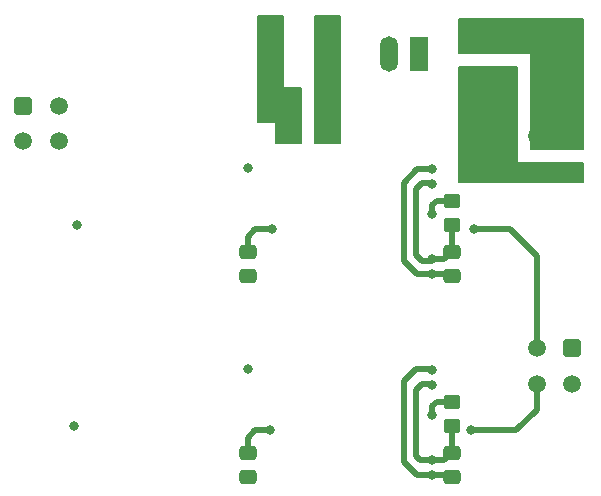
<source format=gbr>
%TF.GenerationSoftware,KiCad,Pcbnew,(6.0.1)*%
%TF.CreationDate,2022-08-15T16:30:33+03:00*%
%TF.ProjectId,Measure,4d656173-7572-4652-9e6b-696361645f70,rev?*%
%TF.SameCoordinates,Original*%
%TF.FileFunction,Copper,L4,Bot*%
%TF.FilePolarity,Positive*%
%FSLAX46Y46*%
G04 Gerber Fmt 4.6, Leading zero omitted, Abs format (unit mm)*
G04 Created by KiCad (PCBNEW (6.0.1)) date 2022-08-15 16:30:33*
%MOMM*%
%LPD*%
G01*
G04 APERTURE LIST*
G04 Aperture macros list*
%AMRoundRect*
0 Rectangle with rounded corners*
0 $1 Rounding radius*
0 $2 $3 $4 $5 $6 $7 $8 $9 X,Y pos of 4 corners*
0 Add a 4 corners polygon primitive as box body*
4,1,4,$2,$3,$4,$5,$6,$7,$8,$9,$2,$3,0*
0 Add four circle primitives for the rounded corners*
1,1,$1+$1,$2,$3*
1,1,$1+$1,$4,$5*
1,1,$1+$1,$6,$7*
1,1,$1+$1,$8,$9*
0 Add four rect primitives between the rounded corners*
20,1,$1+$1,$2,$3,$4,$5,0*
20,1,$1+$1,$4,$5,$6,$7,0*
20,1,$1+$1,$6,$7,$8,$9,0*
20,1,$1+$1,$8,$9,$2,$3,0*%
G04 Aperture macros list end*
%TA.AperFunction,ComponentPad*%
%ADD10RoundRect,0.250001X-0.499999X0.499999X-0.499999X-0.499999X0.499999X-0.499999X0.499999X0.499999X0*%
%TD*%
%TA.AperFunction,ComponentPad*%
%ADD11C,1.500000*%
%TD*%
%TA.AperFunction,ComponentPad*%
%ADD12R,1.500000X3.000000*%
%TD*%
%TA.AperFunction,ComponentPad*%
%ADD13O,1.500000X3.000000*%
%TD*%
%TA.AperFunction,ComponentPad*%
%ADD14RoundRect,0.250001X-0.499999X-0.499999X0.499999X-0.499999X0.499999X0.499999X-0.499999X0.499999X0*%
%TD*%
%TA.AperFunction,SMDPad,CuDef*%
%ADD15RoundRect,0.250000X-0.475000X0.337500X-0.475000X-0.337500X0.475000X-0.337500X0.475000X0.337500X0*%
%TD*%
%TA.AperFunction,SMDPad,CuDef*%
%ADD16RoundRect,0.250000X-1.100000X0.412500X-1.100000X-0.412500X1.100000X-0.412500X1.100000X0.412500X0*%
%TD*%
%TA.AperFunction,SMDPad,CuDef*%
%ADD17RoundRect,0.250000X0.450000X-0.350000X0.450000X0.350000X-0.450000X0.350000X-0.450000X-0.350000X0*%
%TD*%
%TA.AperFunction,SMDPad,CuDef*%
%ADD18RoundRect,0.250000X0.412500X1.100000X-0.412500X1.100000X-0.412500X-1.100000X0.412500X-1.100000X0*%
%TD*%
%TA.AperFunction,ViaPad*%
%ADD19C,0.800000*%
%TD*%
%TA.AperFunction,Conductor*%
%ADD20C,0.500000*%
%TD*%
G04 APERTURE END LIST*
D10*
%TO.P,J3,1,Pin_1*%
%TO.N,+5V*%
X180640000Y-73786000D03*
D11*
%TO.P,J3,2,Pin_2*%
%TO.N,GND*%
X180640000Y-76786000D03*
%TO.P,J3,3,Pin_3*%
%TO.N,+5V*%
X177640000Y-73786000D03*
%TO.P,J3,4,Pin_4*%
%TO.N,GND*%
X177640000Y-76786000D03*
%TD*%
D12*
%TO.P,U1,1,-VIN*%
%TO.N,GND*%
X167666500Y-66842000D03*
D13*
%TO.P,U1,2,+VIN*%
%TO.N,+5V*%
X165126500Y-66842000D03*
%TO.P,U1,4,+VOUT*%
%TO.N,+5VP*%
X160046500Y-66842000D03*
%TO.P,U1,6,-VOUT*%
%TO.N,GNDPWR*%
X154966500Y-66842000D03*
%TD*%
D10*
%TO.P,J2,1,Pin_1*%
%TO.N,GND*%
X180640000Y-91718000D03*
D11*
%TO.P,J2,2,Pin_2*%
X180640000Y-94718000D03*
%TO.P,J2,3,Pin_3*%
%TO.N,/Voltage_OUT_Measure*%
X177640000Y-91718000D03*
%TO.P,J2,4,Pin_4*%
%TO.N,/Voltage_IN_Measure*%
X177640000Y-94718000D03*
%TD*%
D14*
%TO.P,J1,1,Pin_1*%
%TO.N,GNDPWR*%
X134136000Y-71165000D03*
D11*
%TO.P,J1,2,Pin_2*%
X137136000Y-71165000D03*
%TO.P,J1,3,Pin_3*%
%TO.N,/Voltage_IN*%
X134136000Y-74165000D03*
%TO.P,J1,4,Pin_4*%
%TO.N,/Voltage_OUT*%
X137136000Y-74165000D03*
%TD*%
D15*
%TO.P,C10,1*%
%TO.N,+5V*%
X170434000Y-100562500D03*
%TO.P,C10,2*%
%TO.N,GND*%
X170434000Y-102637500D03*
%TD*%
D16*
%TO.P,C1,1*%
%TO.N,+5V*%
X174498000Y-65747500D03*
%TO.P,C1,2*%
%TO.N,GND*%
X174498000Y-68872500D03*
%TD*%
D17*
%TO.P,R5,1*%
%TO.N,+5V*%
X170434000Y-98282000D03*
%TO.P,R5,2*%
%TO.N,Net-(C11-Pad1)*%
X170434000Y-96282000D03*
%TD*%
D15*
%TO.P,C2,1*%
%TO.N,+5VP*%
X153162000Y-83544500D03*
%TO.P,C2,2*%
%TO.N,GNDPWR*%
X153162000Y-85619500D03*
%TD*%
%TO.P,C13,1*%
%TO.N,+5VP*%
X153162000Y-100562500D03*
%TO.P,C13,2*%
%TO.N,GNDPWR*%
X153162000Y-102637500D03*
%TD*%
D18*
%TO.P,C20,1*%
%TO.N,+5VP*%
X159804500Y-71374000D03*
%TO.P,C20,2*%
%TO.N,GNDPWR*%
X156679500Y-71374000D03*
%TD*%
D17*
%TO.P,R9,1*%
%TO.N,+5V*%
X170434000Y-81264000D03*
%TO.P,R9,2*%
%TO.N,Net-(C18-Pad1)*%
X170434000Y-79264000D03*
%TD*%
D15*
%TO.P,C19,1*%
%TO.N,+5V*%
X170434000Y-83544500D03*
%TO.P,C19,2*%
%TO.N,GND*%
X170434000Y-85619500D03*
%TD*%
D19*
%TO.N,+5V*%
X168783000Y-94869000D03*
X171704000Y-64516000D03*
X168783000Y-101219000D03*
X168783000Y-77851000D03*
X168783000Y-84201000D03*
X171704000Y-65786000D03*
%TO.N,GND*%
X168783000Y-85471000D03*
X171704000Y-68580000D03*
X171704000Y-69850000D03*
X168783000Y-76581000D03*
X168783000Y-93599000D03*
X168783000Y-102489000D03*
%TO.N,+5VP*%
X159258000Y-73660000D03*
X153162000Y-83544500D03*
X155194000Y-81661000D03*
X155067000Y-98679000D03*
X160528000Y-73660000D03*
X153172750Y-100573250D03*
%TO.N,GNDPWR*%
X138684000Y-81280000D03*
X153162000Y-85598000D03*
X155956000Y-73660000D03*
X153162000Y-102616000D03*
X153162000Y-93472000D03*
X157226000Y-73660000D03*
X138430000Y-98298000D03*
X153162000Y-76454000D03*
%TO.N,Net-(C11-Pad1)*%
X168783000Y-97409000D03*
%TO.N,/Voltage_IN_Measure*%
X172085000Y-98679000D03*
%TO.N,Net-(C18-Pad1)*%
X168783000Y-80391000D03*
%TO.N,/Voltage_OUT_Measure*%
X172339000Y-81661000D03*
%TD*%
D20*
%TO.N,+5V*%
X167386000Y-95250000D02*
X167894000Y-94742000D01*
X167386000Y-78232000D02*
X167386000Y-83820000D01*
X167894000Y-94742000D02*
X168656000Y-94742000D01*
X169777500Y-84201000D02*
X170434000Y-83544500D01*
X168783000Y-77851000D02*
X168656000Y-77724000D01*
X168783000Y-84201000D02*
X169777500Y-84201000D01*
X170434000Y-98282000D02*
X170434000Y-100562500D01*
X168783000Y-101219000D02*
X169777500Y-101219000D01*
X168656000Y-77724000D02*
X167894000Y-77724000D01*
X167894000Y-84328000D02*
X168656000Y-84328000D01*
X167386000Y-83820000D02*
X167894000Y-84328000D01*
X168656000Y-94742000D02*
X168783000Y-94869000D01*
X170434000Y-81264000D02*
X170434000Y-83544500D01*
X168783000Y-101219000D02*
X167767000Y-101219000D01*
X167767000Y-101219000D02*
X167386000Y-100838000D01*
X169777500Y-101219000D02*
X170434000Y-100562500D01*
X167386000Y-100838000D02*
X167386000Y-95250000D01*
X168656000Y-84328000D02*
X168783000Y-84201000D01*
X167894000Y-77724000D02*
X167386000Y-78232000D01*
%TO.N,GND*%
X167513000Y-76581000D02*
X168783000Y-76581000D01*
X168783000Y-93599000D02*
X168656000Y-93472000D01*
X168783000Y-85471000D02*
X167513000Y-85471000D01*
X170285500Y-85471000D02*
X170434000Y-85619500D01*
X170285500Y-102489000D02*
X170434000Y-102637500D01*
X167386000Y-93472000D02*
X166370000Y-94488000D01*
X168783000Y-102489000D02*
X167513000Y-102489000D01*
X166370000Y-84328000D02*
X166370000Y-77724000D01*
X166370000Y-94488000D02*
X166370000Y-101346000D01*
X166370000Y-77724000D02*
X167513000Y-76581000D01*
X168656000Y-93472000D02*
X167386000Y-93472000D01*
X168783000Y-85471000D02*
X170285500Y-85471000D01*
X167513000Y-102489000D02*
X166370000Y-101346000D01*
X167513000Y-85471000D02*
X166370000Y-84328000D01*
X168783000Y-102489000D02*
X170285500Y-102489000D01*
%TO.N,+5VP*%
X153797000Y-98679000D02*
X155067000Y-98679000D01*
X153162000Y-99314000D02*
X153797000Y-98679000D01*
X153162000Y-82296000D02*
X153797000Y-81661000D01*
X153162000Y-100562500D02*
X153162000Y-99314000D01*
X153162000Y-83544500D02*
X153162000Y-82296000D01*
X153797000Y-81661000D02*
X155321000Y-81661000D01*
%TO.N,Net-(C11-Pad1)*%
X168783000Y-96647000D02*
X168783000Y-97409000D01*
X169148000Y-96282000D02*
X168783000Y-96647000D01*
X170434000Y-96282000D02*
X169148000Y-96282000D01*
%TO.N,/Voltage_IN_Measure*%
X172085000Y-98679000D02*
X175895000Y-98679000D01*
X175895000Y-98679000D02*
X177640000Y-96934000D01*
X177640000Y-96934000D02*
X177640000Y-94718000D01*
%TO.N,Net-(C18-Pad1)*%
X169148000Y-79264000D02*
X168783000Y-79629000D01*
X170434000Y-79264000D02*
X169148000Y-79264000D01*
X168783000Y-79629000D02*
X168783000Y-80391000D01*
%TO.N,/Voltage_OUT_Measure*%
X175387000Y-81661000D02*
X172339000Y-81661000D01*
X177640000Y-83914000D02*
X175387000Y-81661000D01*
X177640000Y-91718000D02*
X177640000Y-83914000D01*
%TD*%
%TA.AperFunction,Conductor*%
%TO.N,GNDPWR*%
G36*
X156152121Y-63520002D02*
G01*
X156198614Y-63573658D01*
X156210000Y-63626000D01*
X156210000Y-69596000D01*
X157608000Y-69596000D01*
X157676121Y-69616002D01*
X157722614Y-69669658D01*
X157734000Y-69722000D01*
X157734000Y-74296000D01*
X157713998Y-74364121D01*
X157660342Y-74410614D01*
X157608000Y-74422000D01*
X155574000Y-74422000D01*
X155505879Y-74401998D01*
X155459386Y-74348342D01*
X155448000Y-74296000D01*
X155448000Y-72644000D01*
X154050000Y-72644000D01*
X153981879Y-72623998D01*
X153935386Y-72570342D01*
X153924000Y-72518000D01*
X153924000Y-63626000D01*
X153944002Y-63557879D01*
X153997658Y-63511386D01*
X154050000Y-63500000D01*
X156084000Y-63500000D01*
X156152121Y-63520002D01*
G37*
%TD.AperFunction*%
%TD*%
%TA.AperFunction,Conductor*%
%TO.N,+5VP*%
G36*
X160978121Y-63520002D02*
G01*
X161024614Y-63573658D01*
X161036000Y-63626000D01*
X161036000Y-74296000D01*
X161015998Y-74364121D01*
X160962342Y-74410614D01*
X160910000Y-74422000D01*
X158876000Y-74422000D01*
X158807879Y-74401998D01*
X158761386Y-74348342D01*
X158750000Y-74296000D01*
X158750000Y-63626000D01*
X158770002Y-63557879D01*
X158823658Y-63511386D01*
X158876000Y-63500000D01*
X160910000Y-63500000D01*
X160978121Y-63520002D01*
G37*
%TD.AperFunction*%
%TD*%
%TA.AperFunction,Conductor*%
%TO.N,GND*%
G36*
X175964121Y-67838002D02*
G01*
X176010614Y-67891658D01*
X176022000Y-67944000D01*
X176022000Y-75946000D01*
X181484000Y-75946000D01*
X181552121Y-75966002D01*
X181598614Y-76019658D01*
X181610000Y-76072000D01*
X181610000Y-77598000D01*
X181589998Y-77666121D01*
X181536342Y-77712614D01*
X181484000Y-77724000D01*
X171068000Y-77724000D01*
X170999879Y-77703998D01*
X170953386Y-77650342D01*
X170942000Y-77598000D01*
X170942000Y-67944000D01*
X170962002Y-67875879D01*
X171015658Y-67829386D01*
X171068000Y-67818000D01*
X175896000Y-67818000D01*
X175964121Y-67838002D01*
G37*
%TD.AperFunction*%
%TD*%
%TA.AperFunction,Conductor*%
%TO.N,+5V*%
G36*
X181552121Y-63774002D02*
G01*
X181598614Y-63827658D01*
X181610000Y-63880000D01*
X181610000Y-74804000D01*
X181589998Y-74872121D01*
X181536342Y-74918614D01*
X181484000Y-74930000D01*
X177164000Y-74930000D01*
X177095879Y-74909998D01*
X177049386Y-74856342D01*
X177038000Y-74804000D01*
X177038000Y-66802000D01*
X171068000Y-66802000D01*
X170999879Y-66781998D01*
X170953386Y-66728342D01*
X170942000Y-66676000D01*
X170942000Y-63880000D01*
X170962002Y-63811879D01*
X171015658Y-63765386D01*
X171068000Y-63754000D01*
X181484000Y-63754000D01*
X181552121Y-63774002D01*
G37*
%TD.AperFunction*%
%TD*%
M02*

</source>
